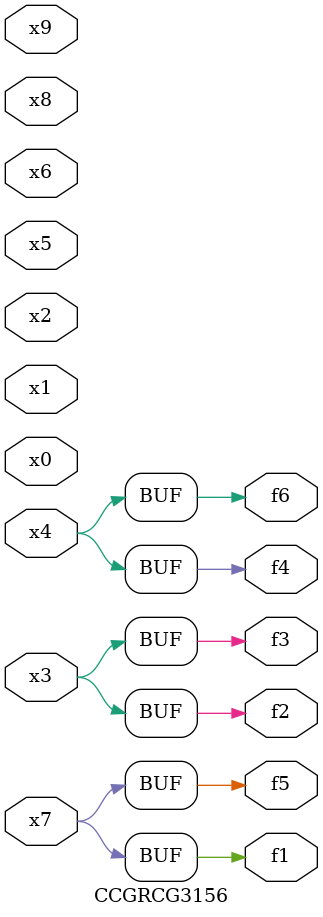
<source format=v>
module CCGRCG3156(
	input x0, x1, x2, x3, x4, x5, x6, x7, x8, x9,
	output f1, f2, f3, f4, f5, f6
);
	assign f1 = x7;
	assign f2 = x3;
	assign f3 = x3;
	assign f4 = x4;
	assign f5 = x7;
	assign f6 = x4;
endmodule

</source>
